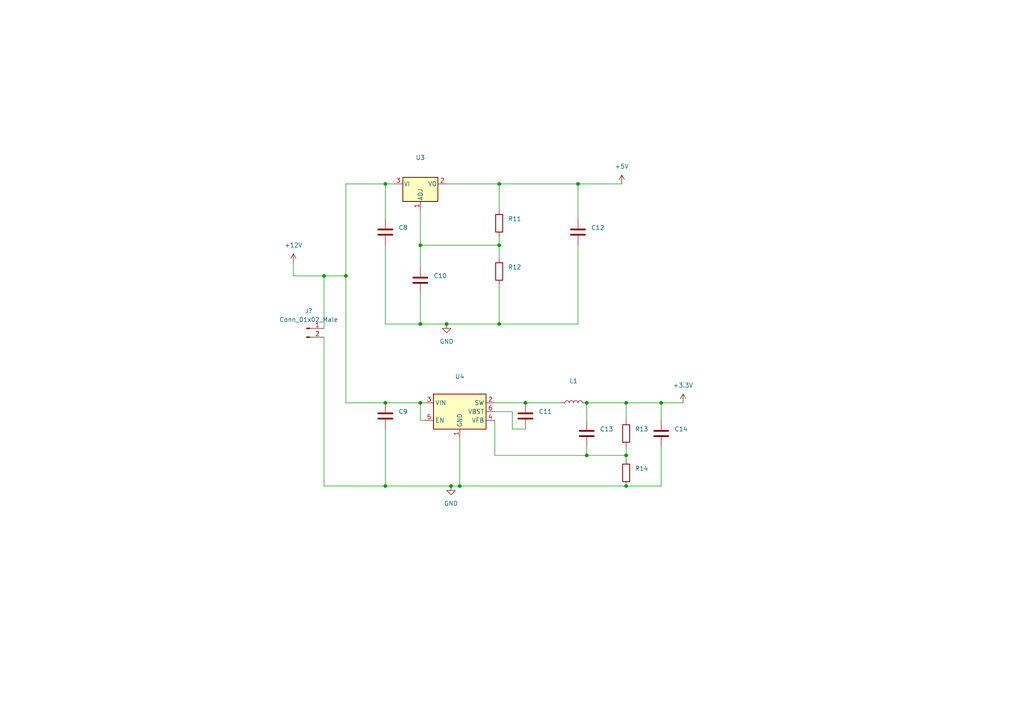
<source format=kicad_sch>
(kicad_sch (version 20211123) (generator eeschema)

  (uuid 35aa5461-94ec-4f99-a6dc-3ec3c62c2acf)

  (paper "A4")

  (lib_symbols
    (symbol "Connector:Conn_01x02_Male" (pin_names (offset 1.016) hide) (in_bom yes) (on_board yes)
      (property "Reference" "J" (id 0) (at 0 2.54 0)
        (effects (font (size 1.27 1.27)))
      )
      (property "Value" "Conn_01x02_Male" (id 1) (at 0 -5.08 0)
        (effects (font (size 1.27 1.27)))
      )
      (property "Footprint" "" (id 2) (at 0 0 0)
        (effects (font (size 1.27 1.27)) hide)
      )
      (property "Datasheet" "~" (id 3) (at 0 0 0)
        (effects (font (size 1.27 1.27)) hide)
      )
      (property "ki_keywords" "connector" (id 4) (at 0 0 0)
        (effects (font (size 1.27 1.27)) hide)
      )
      (property "ki_description" "Generic connector, single row, 01x02, script generated (kicad-library-utils/schlib/autogen/connector/)" (id 5) (at 0 0 0)
        (effects (font (size 1.27 1.27)) hide)
      )
      (property "ki_fp_filters" "Connector*:*_1x??_*" (id 6) (at 0 0 0)
        (effects (font (size 1.27 1.27)) hide)
      )
      (symbol "Conn_01x02_Male_1_1"
        (polyline
          (pts
            (xy 1.27 -2.54)
            (xy 0.8636 -2.54)
          )
          (stroke (width 0.1524) (type default) (color 0 0 0 0))
          (fill (type none))
        )
        (polyline
          (pts
            (xy 1.27 0)
            (xy 0.8636 0)
          )
          (stroke (width 0.1524) (type default) (color 0 0 0 0))
          (fill (type none))
        )
        (rectangle (start 0.8636 -2.413) (end 0 -2.667)
          (stroke (width 0.1524) (type default) (color 0 0 0 0))
          (fill (type outline))
        )
        (rectangle (start 0.8636 0.127) (end 0 -0.127)
          (stroke (width 0.1524) (type default) (color 0 0 0 0))
          (fill (type outline))
        )
        (pin passive line (at 5.08 0 180) (length 3.81)
          (name "Pin_1" (effects (font (size 1.27 1.27))))
          (number "1" (effects (font (size 1.27 1.27))))
        )
        (pin passive line (at 5.08 -2.54 180) (length 3.81)
          (name "Pin_2" (effects (font (size 1.27 1.27))))
          (number "2" (effects (font (size 1.27 1.27))))
        )
      )
    )
    (symbol "Device:C" (pin_numbers hide) (pin_names (offset 0.254)) (in_bom yes) (on_board yes)
      (property "Reference" "C" (id 0) (at 0.635 2.54 0)
        (effects (font (size 1.27 1.27)) (justify left))
      )
      (property "Value" "C" (id 1) (at 0.635 -2.54 0)
        (effects (font (size 1.27 1.27)) (justify left))
      )
      (property "Footprint" "" (id 2) (at 0.9652 -3.81 0)
        (effects (font (size 1.27 1.27)) hide)
      )
      (property "Datasheet" "~" (id 3) (at 0 0 0)
        (effects (font (size 1.27 1.27)) hide)
      )
      (property "ki_keywords" "cap capacitor" (id 4) (at 0 0 0)
        (effects (font (size 1.27 1.27)) hide)
      )
      (property "ki_description" "Unpolarized capacitor" (id 5) (at 0 0 0)
        (effects (font (size 1.27 1.27)) hide)
      )
      (property "ki_fp_filters" "C_*" (id 6) (at 0 0 0)
        (effects (font (size 1.27 1.27)) hide)
      )
      (symbol "C_0_1"
        (polyline
          (pts
            (xy -2.032 -0.762)
            (xy 2.032 -0.762)
          )
          (stroke (width 0.508) (type default) (color 0 0 0 0))
          (fill (type none))
        )
        (polyline
          (pts
            (xy -2.032 0.762)
            (xy 2.032 0.762)
          )
          (stroke (width 0.508) (type default) (color 0 0 0 0))
          (fill (type none))
        )
      )
      (symbol "C_1_1"
        (pin passive line (at 0 3.81 270) (length 2.794)
          (name "~" (effects (font (size 1.27 1.27))))
          (number "1" (effects (font (size 1.27 1.27))))
        )
        (pin passive line (at 0 -3.81 90) (length 2.794)
          (name "~" (effects (font (size 1.27 1.27))))
          (number "2" (effects (font (size 1.27 1.27))))
        )
      )
    )
    (symbol "Device:L" (pin_numbers hide) (pin_names (offset 1.016) hide) (in_bom yes) (on_board yes)
      (property "Reference" "L" (id 0) (at -1.27 0 90)
        (effects (font (size 1.27 1.27)))
      )
      (property "Value" "L" (id 1) (at 1.905 0 90)
        (effects (font (size 1.27 1.27)))
      )
      (property "Footprint" "" (id 2) (at 0 0 0)
        (effects (font (size 1.27 1.27)) hide)
      )
      (property "Datasheet" "~" (id 3) (at 0 0 0)
        (effects (font (size 1.27 1.27)) hide)
      )
      (property "ki_keywords" "inductor choke coil reactor magnetic" (id 4) (at 0 0 0)
        (effects (font (size 1.27 1.27)) hide)
      )
      (property "ki_description" "Inductor" (id 5) (at 0 0 0)
        (effects (font (size 1.27 1.27)) hide)
      )
      (property "ki_fp_filters" "Choke_* *Coil* Inductor_* L_*" (id 6) (at 0 0 0)
        (effects (font (size 1.27 1.27)) hide)
      )
      (symbol "L_0_1"
        (arc (start 0 -2.54) (mid 0.635 -1.905) (end 0 -1.27)
          (stroke (width 0) (type default) (color 0 0 0 0))
          (fill (type none))
        )
        (arc (start 0 -1.27) (mid 0.635 -0.635) (end 0 0)
          (stroke (width 0) (type default) (color 0 0 0 0))
          (fill (type none))
        )
        (arc (start 0 0) (mid 0.635 0.635) (end 0 1.27)
          (stroke (width 0) (type default) (color 0 0 0 0))
          (fill (type none))
        )
        (arc (start 0 1.27) (mid 0.635 1.905) (end 0 2.54)
          (stroke (width 0) (type default) (color 0 0 0 0))
          (fill (type none))
        )
      )
      (symbol "L_1_1"
        (pin passive line (at 0 3.81 270) (length 1.27)
          (name "1" (effects (font (size 1.27 1.27))))
          (number "1" (effects (font (size 1.27 1.27))))
        )
        (pin passive line (at 0 -3.81 90) (length 1.27)
          (name "2" (effects (font (size 1.27 1.27))))
          (number "2" (effects (font (size 1.27 1.27))))
        )
      )
    )
    (symbol "Device:R" (pin_numbers hide) (pin_names (offset 0)) (in_bom yes) (on_board yes)
      (property "Reference" "R" (id 0) (at 2.032 0 90)
        (effects (font (size 1.27 1.27)))
      )
      (property "Value" "R" (id 1) (at 0 0 90)
        (effects (font (size 1.27 1.27)))
      )
      (property "Footprint" "" (id 2) (at -1.778 0 90)
        (effects (font (size 1.27 1.27)) hide)
      )
      (property "Datasheet" "~" (id 3) (at 0 0 0)
        (effects (font (size 1.27 1.27)) hide)
      )
      (property "ki_keywords" "R res resistor" (id 4) (at 0 0 0)
        (effects (font (size 1.27 1.27)) hide)
      )
      (property "ki_description" "Resistor" (id 5) (at 0 0 0)
        (effects (font (size 1.27 1.27)) hide)
      )
      (property "ki_fp_filters" "R_*" (id 6) (at 0 0 0)
        (effects (font (size 1.27 1.27)) hide)
      )
      (symbol "R_0_1"
        (rectangle (start -1.016 -2.54) (end 1.016 2.54)
          (stroke (width 0.254) (type default) (color 0 0 0 0))
          (fill (type none))
        )
      )
      (symbol "R_1_1"
        (pin passive line (at 0 3.81 270) (length 1.27)
          (name "~" (effects (font (size 1.27 1.27))))
          (number "1" (effects (font (size 1.27 1.27))))
        )
        (pin passive line (at 0 -3.81 90) (length 1.27)
          (name "~" (effects (font (size 1.27 1.27))))
          (number "2" (effects (font (size 1.27 1.27))))
        )
      )
    )
    (symbol "Regulator_Linear:LM1117-ADJ" (pin_names (offset 0.254)) (in_bom yes) (on_board yes)
      (property "Reference" "U" (id 0) (at -3.81 3.175 0)
        (effects (font (size 1.27 1.27)))
      )
      (property "Value" "LM1117-ADJ" (id 1) (at 0 3.175 0)
        (effects (font (size 1.27 1.27)) (justify left))
      )
      (property "Footprint" "" (id 2) (at 0 0 0)
        (effects (font (size 1.27 1.27)) hide)
      )
      (property "Datasheet" "http://www.ti.com/lit/ds/symlink/lm1117.pdf" (id 3) (at 0 0 0)
        (effects (font (size 1.27 1.27)) hide)
      )
      (property "ki_keywords" "linear regulator ldo adjustable positive" (id 4) (at 0 0 0)
        (effects (font (size 1.27 1.27)) hide)
      )
      (property "ki_description" "800mA Low-Dropout Linear Regulator, adjustable output, TO-220/TO-252/TO-263/SOT-223" (id 5) (at 0 0 0)
        (effects (font (size 1.27 1.27)) hide)
      )
      (property "ki_fp_filters" "SOT?223* TO?263* TO?252* TO?220*" (id 6) (at 0 0 0)
        (effects (font (size 1.27 1.27)) hide)
      )
      (symbol "LM1117-ADJ_0_1"
        (rectangle (start -5.08 -5.08) (end 5.08 1.905)
          (stroke (width 0.254) (type default) (color 0 0 0 0))
          (fill (type background))
        )
      )
      (symbol "LM1117-ADJ_1_1"
        (pin input line (at 0 -7.62 90) (length 2.54)
          (name "ADJ" (effects (font (size 1.27 1.27))))
          (number "1" (effects (font (size 1.27 1.27))))
        )
        (pin power_out line (at 7.62 0 180) (length 2.54)
          (name "VO" (effects (font (size 1.27 1.27))))
          (number "2" (effects (font (size 1.27 1.27))))
        )
        (pin power_in line (at -7.62 0 0) (length 2.54)
          (name "VI" (effects (font (size 1.27 1.27))))
          (number "3" (effects (font (size 1.27 1.27))))
        )
      )
    )
    (symbol "Regulator_Switching:TPS562200" (in_bom yes) (on_board yes)
      (property "Reference" "U" (id 0) (at -7.62 6.35 0)
        (effects (font (size 1.27 1.27)) (justify left))
      )
      (property "Value" "TPS562200" (id 1) (at -2.54 6.35 0)
        (effects (font (size 1.27 1.27)) (justify left))
      )
      (property "Footprint" "Package_TO_SOT_SMD:SOT-23-6" (id 2) (at 1.27 -6.35 0)
        (effects (font (size 1.27 1.27)) (justify left) hide)
      )
      (property "Datasheet" "http://www.ti.com/lit/ds/symlink/tps563200.pdf" (id 3) (at 0 0 0)
        (effects (font (size 1.27 1.27)) hide)
      )
      (property "ki_keywords" "step-down dcdc voltage regulator" (id 4) (at 0 0 0)
        (effects (font (size 1.27 1.27)) hide)
      )
      (property "ki_description" "2A Synchronous Step-Down Voltage Regulator, Adjustable Output Voltage, 4.5-17V Input Voltage, SOT-23-6" (id 5) (at 0 0 0)
        (effects (font (size 1.27 1.27)) hide)
      )
      (property "ki_fp_filters" "SOT?23*" (id 6) (at 0 0 0)
        (effects (font (size 1.27 1.27)) hide)
      )
      (symbol "TPS562200_0_1"
        (rectangle (start -7.62 5.08) (end 7.62 -5.08)
          (stroke (width 0.254) (type default) (color 0 0 0 0))
          (fill (type background))
        )
      )
      (symbol "TPS562200_1_1"
        (pin power_in line (at 0 -7.62 90) (length 2.54)
          (name "GND" (effects (font (size 1.27 1.27))))
          (number "1" (effects (font (size 1.27 1.27))))
        )
        (pin output line (at 10.16 2.54 180) (length 2.54)
          (name "SW" (effects (font (size 1.27 1.27))))
          (number "2" (effects (font (size 1.27 1.27))))
        )
        (pin power_in line (at -10.16 2.54 0) (length 2.54)
          (name "VIN" (effects (font (size 1.27 1.27))))
          (number "3" (effects (font (size 1.27 1.27))))
        )
        (pin input line (at 10.16 -2.54 180) (length 2.54)
          (name "VFB" (effects (font (size 1.27 1.27))))
          (number "4" (effects (font (size 1.27 1.27))))
        )
        (pin input line (at -10.16 -2.54 0) (length 2.54)
          (name "EN" (effects (font (size 1.27 1.27))))
          (number "5" (effects (font (size 1.27 1.27))))
        )
        (pin passive line (at 10.16 0 180) (length 2.54)
          (name "VBST" (effects (font (size 1.27 1.27))))
          (number "6" (effects (font (size 1.27 1.27))))
        )
      )
    )
    (symbol "power:+12V" (power) (pin_names (offset 0)) (in_bom yes) (on_board yes)
      (property "Reference" "#PWR" (id 0) (at 0 -3.81 0)
        (effects (font (size 1.27 1.27)) hide)
      )
      (property "Value" "+12V" (id 1) (at 0 3.556 0)
        (effects (font (size 1.27 1.27)))
      )
      (property "Footprint" "" (id 2) (at 0 0 0)
        (effects (font (size 1.27 1.27)) hide)
      )
      (property "Datasheet" "" (id 3) (at 0 0 0)
        (effects (font (size 1.27 1.27)) hide)
      )
      (property "ki_keywords" "power-flag" (id 4) (at 0 0 0)
        (effects (font (size 1.27 1.27)) hide)
      )
      (property "ki_description" "Power symbol creates a global label with name \"+12V\"" (id 5) (at 0 0 0)
        (effects (font (size 1.27 1.27)) hide)
      )
      (symbol "+12V_0_1"
        (polyline
          (pts
            (xy -0.762 1.27)
            (xy 0 2.54)
          )
          (stroke (width 0) (type default) (color 0 0 0 0))
          (fill (type none))
        )
        (polyline
          (pts
            (xy 0 0)
            (xy 0 2.54)
          )
          (stroke (width 0) (type default) (color 0 0 0 0))
          (fill (type none))
        )
        (polyline
          (pts
            (xy 0 2.54)
            (xy 0.762 1.27)
          )
          (stroke (width 0) (type default) (color 0 0 0 0))
          (fill (type none))
        )
      )
      (symbol "+12V_1_1"
        (pin power_in line (at 0 0 90) (length 0) hide
          (name "+12V" (effects (font (size 1.27 1.27))))
          (number "1" (effects (font (size 1.27 1.27))))
        )
      )
    )
    (symbol "power:+3.3V" (power) (pin_names (offset 0)) (in_bom yes) (on_board yes)
      (property "Reference" "#PWR" (id 0) (at 0 -3.81 0)
        (effects (font (size 1.27 1.27)) hide)
      )
      (property "Value" "+3.3V" (id 1) (at 0 3.556 0)
        (effects (font (size 1.27 1.27)))
      )
      (property "Footprint" "" (id 2) (at 0 0 0)
        (effects (font (size 1.27 1.27)) hide)
      )
      (property "Datasheet" "" (id 3) (at 0 0 0)
        (effects (font (size 1.27 1.27)) hide)
      )
      (property "ki_keywords" "power-flag" (id 4) (at 0 0 0)
        (effects (font (size 1.27 1.27)) hide)
      )
      (property "ki_description" "Power symbol creates a global label with name \"+3.3V\"" (id 5) (at 0 0 0)
        (effects (font (size 1.27 1.27)) hide)
      )
      (symbol "+3.3V_0_1"
        (polyline
          (pts
            (xy -0.762 1.27)
            (xy 0 2.54)
          )
          (stroke (width 0) (type default) (color 0 0 0 0))
          (fill (type none))
        )
        (polyline
          (pts
            (xy 0 0)
            (xy 0 2.54)
          )
          (stroke (width 0) (type default) (color 0 0 0 0))
          (fill (type none))
        )
        (polyline
          (pts
            (xy 0 2.54)
            (xy 0.762 1.27)
          )
          (stroke (width 0) (type default) (color 0 0 0 0))
          (fill (type none))
        )
      )
      (symbol "+3.3V_1_1"
        (pin power_in line (at 0 0 90) (length 0) hide
          (name "+3.3V" (effects (font (size 1.27 1.27))))
          (number "1" (effects (font (size 1.27 1.27))))
        )
      )
    )
    (symbol "power:+5V" (power) (pin_names (offset 0)) (in_bom yes) (on_board yes)
      (property "Reference" "#PWR" (id 0) (at 0 -3.81 0)
        (effects (font (size 1.27 1.27)) hide)
      )
      (property "Value" "+5V" (id 1) (at 0 3.556 0)
        (effects (font (size 1.27 1.27)))
      )
      (property "Footprint" "" (id 2) (at 0 0 0)
        (effects (font (size 1.27 1.27)) hide)
      )
      (property "Datasheet" "" (id 3) (at 0 0 0)
        (effects (font (size 1.27 1.27)) hide)
      )
      (property "ki_keywords" "power-flag" (id 4) (at 0 0 0)
        (effects (font (size 1.27 1.27)) hide)
      )
      (property "ki_description" "Power symbol creates a global label with name \"+5V\"" (id 5) (at 0 0 0)
        (effects (font (size 1.27 1.27)) hide)
      )
      (symbol "+5V_0_1"
        (polyline
          (pts
            (xy -0.762 1.27)
            (xy 0 2.54)
          )
          (stroke (width 0) (type default) (color 0 0 0 0))
          (fill (type none))
        )
        (polyline
          (pts
            (xy 0 0)
            (xy 0 2.54)
          )
          (stroke (width 0) (type default) (color 0 0 0 0))
          (fill (type none))
        )
        (polyline
          (pts
            (xy 0 2.54)
            (xy 0.762 1.27)
          )
          (stroke (width 0) (type default) (color 0 0 0 0))
          (fill (type none))
        )
      )
      (symbol "+5V_1_1"
        (pin power_in line (at 0 0 90) (length 0) hide
          (name "+5V" (effects (font (size 1.27 1.27))))
          (number "1" (effects (font (size 1.27 1.27))))
        )
      )
    )
    (symbol "power:GND" (power) (pin_names (offset 0)) (in_bom yes) (on_board yes)
      (property "Reference" "#PWR" (id 0) (at 0 -6.35 0)
        (effects (font (size 1.27 1.27)) hide)
      )
      (property "Value" "GND" (id 1) (at 0 -3.81 0)
        (effects (font (size 1.27 1.27)))
      )
      (property "Footprint" "" (id 2) (at 0 0 0)
        (effects (font (size 1.27 1.27)) hide)
      )
      (property "Datasheet" "" (id 3) (at 0 0 0)
        (effects (font (size 1.27 1.27)) hide)
      )
      (property "ki_keywords" "power-flag" (id 4) (at 0 0 0)
        (effects (font (size 1.27 1.27)) hide)
      )
      (property "ki_description" "Power symbol creates a global label with name \"GND\" , ground" (id 5) (at 0 0 0)
        (effects (font (size 1.27 1.27)) hide)
      )
      (symbol "GND_0_1"
        (polyline
          (pts
            (xy 0 0)
            (xy 0 -1.27)
            (xy 1.27 -1.27)
            (xy 0 -2.54)
            (xy -1.27 -1.27)
            (xy 0 -1.27)
          )
          (stroke (width 0) (type default) (color 0 0 0 0))
          (fill (type none))
        )
      )
      (symbol "GND_1_1"
        (pin power_in line (at 0 0 270) (length 0) hide
          (name "GND" (effects (font (size 1.27 1.27))))
          (number "1" (effects (font (size 1.27 1.27))))
        )
      )
    )
  )

  (junction (at 170.18 132.08) (diameter 0) (color 0 0 0 0)
    (uuid 0233b87d-db1e-4388-bde1-4d87d57e64d2)
  )
  (junction (at 121.92 71.12) (diameter 0) (color 0 0 0 0)
    (uuid 0cbd0612-cdc2-4254-ab5b-c1b105ce84a0)
  )
  (junction (at 144.78 93.98) (diameter 0) (color 0 0 0 0)
    (uuid 2b281b03-60c2-44ff-ba50-de262662862f)
  )
  (junction (at 181.61 140.97) (diameter 0) (color 0 0 0 0)
    (uuid 311019af-22c9-45b2-9252-b5b91ffb6449)
  )
  (junction (at 133.35 140.97) (diameter 0) (color 0 0 0 0)
    (uuid 491565b9-0cb3-4c11-9c8d-1034cc970838)
  )
  (junction (at 129.54 93.98) (diameter 0) (color 0 0 0 0)
    (uuid 563f0744-1b1b-4912-bb2e-91ec32deedd2)
  )
  (junction (at 121.92 93.98) (diameter 0) (color 0 0 0 0)
    (uuid 5b0626ab-2bd3-47bd-867c-5d88ff8df837)
  )
  (junction (at 111.76 53.34) (diameter 0) (color 0 0 0 0)
    (uuid 5bfcb920-53e7-4f2f-8d80-e364375225c0)
  )
  (junction (at 111.76 140.97) (diameter 0) (color 0 0 0 0)
    (uuid 5f27d956-f14e-4fd9-9dc2-374b21983f2a)
  )
  (junction (at 152.4 116.84) (diameter 0) (color 0 0 0 0)
    (uuid 6b286540-d583-4a71-b700-30205f46da39)
  )
  (junction (at 130.81 140.97) (diameter 0) (color 0 0 0 0)
    (uuid 6dc4940d-15e8-49dc-b70f-e1d6efb481fc)
  )
  (junction (at 167.64 53.34) (diameter 0) (color 0 0 0 0)
    (uuid 7a1a2d53-b496-4cd4-97cd-9d1e7c870c06)
  )
  (junction (at 93.98 80.01) (diameter 0) (color 0 0 0 0)
    (uuid 8598fbaf-6bd4-4f07-bddb-87f05c498fc5)
  )
  (junction (at 181.61 116.84) (diameter 0) (color 0 0 0 0)
    (uuid a680ea70-4f47-4537-8a70-4a58576ab1cc)
  )
  (junction (at 144.78 53.34) (diameter 0) (color 0 0 0 0)
    (uuid aaa92d1d-d288-45da-9546-e6f61c5aa3f7)
  )
  (junction (at 181.61 132.08) (diameter 0) (color 0 0 0 0)
    (uuid ad992cd3-6660-438d-ad25-356cf531f33c)
  )
  (junction (at 100.33 80.01) (diameter 0) (color 0 0 0 0)
    (uuid b540fcff-af8f-4809-93ba-261a5c5b551f)
  )
  (junction (at 144.78 71.12) (diameter 0) (color 0 0 0 0)
    (uuid b7afebfc-968f-471f-97da-3c735518fa74)
  )
  (junction (at 191.77 116.84) (diameter 0) (color 0 0 0 0)
    (uuid b8431b0b-16ed-47a8-a7aa-e1ec3bd495e9)
  )
  (junction (at 111.76 116.84) (diameter 0) (color 0 0 0 0)
    (uuid d68c0922-105b-43e0-b77a-dc3f9ea15580)
  )
  (junction (at 121.92 116.84) (diameter 0) (color 0 0 0 0)
    (uuid da1bc1a2-31d8-4c1e-af5a-973e85d491e5)
  )
  (junction (at 170.18 116.84) (diameter 0) (color 0 0 0 0)
    (uuid e36ad8dd-9805-4af2-9a62-4feb4054a7b7)
  )

  (wire (pts (xy 148.59 119.38) (xy 143.51 119.38))
    (stroke (width 0) (type default) (color 0 0 0 0))
    (uuid 002d3236-7bd7-4fd6-8297-06dd053efb11)
  )
  (wire (pts (xy 93.98 80.01) (xy 85.09 80.01))
    (stroke (width 0) (type default) (color 0 0 0 0))
    (uuid 01eb852b-32eb-4f03-b93d-cf4c037df6d8)
  )
  (wire (pts (xy 85.09 76.2) (xy 85.09 80.01))
    (stroke (width 0) (type default) (color 0 0 0 0))
    (uuid 02a6a9f9-125b-4552-b9fb-cf7ca5aac203)
  )
  (wire (pts (xy 191.77 116.84) (xy 198.12 116.84))
    (stroke (width 0) (type default) (color 0 0 0 0))
    (uuid 0e543388-bf07-4f66-a1c5-890bf08514ee)
  )
  (wire (pts (xy 100.33 53.34) (xy 100.33 80.01))
    (stroke (width 0) (type default) (color 0 0 0 0))
    (uuid 0e76096f-b7dd-4005-ab5d-4deeffc5dd02)
  )
  (wire (pts (xy 152.4 116.84) (xy 162.56 116.84))
    (stroke (width 0) (type default) (color 0 0 0 0))
    (uuid 103b18c8-e2b6-49cc-a968-75221f9d7953)
  )
  (wire (pts (xy 191.77 116.84) (xy 191.77 121.92))
    (stroke (width 0) (type default) (color 0 0 0 0))
    (uuid 1203215c-33a8-4f86-a927-61b3faf8c816)
  )
  (wire (pts (xy 121.92 93.98) (xy 129.54 93.98))
    (stroke (width 0) (type default) (color 0 0 0 0))
    (uuid 1358bb90-5def-49b5-a9e9-b11914818cce)
  )
  (wire (pts (xy 100.33 116.84) (xy 111.76 116.84))
    (stroke (width 0) (type default) (color 0 0 0 0))
    (uuid 19222b4b-036d-4a24-8c23-e0ab6b0c9808)
  )
  (wire (pts (xy 191.77 140.97) (xy 181.61 140.97))
    (stroke (width 0) (type default) (color 0 0 0 0))
    (uuid 1934f30c-61fa-4d93-9fe4-d36097adc7b2)
  )
  (wire (pts (xy 111.76 140.97) (xy 111.76 124.46))
    (stroke (width 0) (type default) (color 0 0 0 0))
    (uuid 1a4bebee-037b-4d2f-9e3a-7e405f78b307)
  )
  (wire (pts (xy 133.35 140.97) (xy 130.81 140.97))
    (stroke (width 0) (type default) (color 0 0 0 0))
    (uuid 1dbb9359-100a-43fa-a6c3-36b7d31721f2)
  )
  (wire (pts (xy 144.78 93.98) (xy 129.54 93.98))
    (stroke (width 0) (type default) (color 0 0 0 0))
    (uuid 2a284aa4-7541-4951-bc37-982a60af7ce6)
  )
  (wire (pts (xy 111.76 53.34) (xy 114.3 53.34))
    (stroke (width 0) (type default) (color 0 0 0 0))
    (uuid 2b2555bb-3886-430c-9368-a4b550f311e4)
  )
  (wire (pts (xy 144.78 82.55) (xy 144.78 93.98))
    (stroke (width 0) (type default) (color 0 0 0 0))
    (uuid 2ccdb474-02b9-46a3-8f01-d34b80eb2221)
  )
  (wire (pts (xy 121.92 71.12) (xy 144.78 71.12))
    (stroke (width 0) (type default) (color 0 0 0 0))
    (uuid 2d6250e0-99a8-42a3-a1c5-e232feac4791)
  )
  (wire (pts (xy 191.77 129.54) (xy 191.77 140.97))
    (stroke (width 0) (type default) (color 0 0 0 0))
    (uuid 3102a8de-2069-4914-aa2d-a5e3a4db721f)
  )
  (wire (pts (xy 143.51 121.92) (xy 143.51 132.08))
    (stroke (width 0) (type default) (color 0 0 0 0))
    (uuid 31b5ad53-d6d0-4093-ac7e-30e423238bac)
  )
  (wire (pts (xy 170.18 116.84) (xy 181.61 116.84))
    (stroke (width 0) (type default) (color 0 0 0 0))
    (uuid 38df3f81-50f0-4f2a-892a-8ded46812def)
  )
  (wire (pts (xy 100.33 80.01) (xy 100.33 116.84))
    (stroke (width 0) (type default) (color 0 0 0 0))
    (uuid 4131773d-15cb-444b-a3bf-4e383381cc9f)
  )
  (wire (pts (xy 144.78 68.58) (xy 144.78 71.12))
    (stroke (width 0) (type default) (color 0 0 0 0))
    (uuid 45a26126-4d53-4a76-bc05-97d5df4d3c93)
  )
  (wire (pts (xy 181.61 116.84) (xy 181.61 121.92))
    (stroke (width 0) (type default) (color 0 0 0 0))
    (uuid 4ac8b7a1-9331-44a3-afac-9b16397af655)
  )
  (wire (pts (xy 121.92 60.96) (xy 121.92 71.12))
    (stroke (width 0) (type default) (color 0 0 0 0))
    (uuid 6458e267-87e3-47c2-8e9e-4fe8acc5d442)
  )
  (wire (pts (xy 93.98 97.79) (xy 93.98 140.97))
    (stroke (width 0) (type default) (color 0 0 0 0))
    (uuid 65604138-02a1-42f2-b6b1-28971319c6f8)
  )
  (wire (pts (xy 121.92 71.12) (xy 121.92 77.47))
    (stroke (width 0) (type default) (color 0 0 0 0))
    (uuid 684be51f-107c-4e25-b472-47c898e9ccf4)
  )
  (wire (pts (xy 121.92 85.09) (xy 121.92 93.98))
    (stroke (width 0) (type default) (color 0 0 0 0))
    (uuid 74fee0c3-158d-49ae-8636-9de7e2d0033d)
  )
  (wire (pts (xy 133.35 127) (xy 133.35 140.97))
    (stroke (width 0) (type default) (color 0 0 0 0))
    (uuid 7f18a6aa-49f4-46e0-904c-e486668d343b)
  )
  (wire (pts (xy 143.51 116.84) (xy 152.4 116.84))
    (stroke (width 0) (type default) (color 0 0 0 0))
    (uuid 7ff14a81-02fb-4e4e-8f4f-2a94714f22ca)
  )
  (wire (pts (xy 93.98 140.97) (xy 111.76 140.97))
    (stroke (width 0) (type default) (color 0 0 0 0))
    (uuid 8a6ce50b-f685-4e1d-9242-ab05d74185e3)
  )
  (wire (pts (xy 129.54 53.34) (xy 144.78 53.34))
    (stroke (width 0) (type default) (color 0 0 0 0))
    (uuid 8a9d85d0-10c8-4798-8760-f8d32fd79cdc)
  )
  (wire (pts (xy 111.76 116.84) (xy 121.92 116.84))
    (stroke (width 0) (type default) (color 0 0 0 0))
    (uuid 8ead4a83-bd44-4607-9257-97d2ba44ed6d)
  )
  (wire (pts (xy 170.18 129.54) (xy 170.18 132.08))
    (stroke (width 0) (type default) (color 0 0 0 0))
    (uuid 91d17e73-762b-4878-8022-b4649a024498)
  )
  (wire (pts (xy 121.92 121.92) (xy 123.19 121.92))
    (stroke (width 0) (type default) (color 0 0 0 0))
    (uuid 9656253c-22ba-4626-8f5d-833e4fed5c47)
  )
  (wire (pts (xy 181.61 129.54) (xy 181.61 132.08))
    (stroke (width 0) (type default) (color 0 0 0 0))
    (uuid 9be2aa61-178a-4284-bbee-db7ca63dab46)
  )
  (wire (pts (xy 152.4 124.46) (xy 148.59 124.46))
    (stroke (width 0) (type default) (color 0 0 0 0))
    (uuid a2b29e81-e6b5-4edf-91d5-0a867d62373c)
  )
  (wire (pts (xy 111.76 71.12) (xy 111.76 93.98))
    (stroke (width 0) (type default) (color 0 0 0 0))
    (uuid a4905f5c-e5aa-4817-8030-12a42354c882)
  )
  (wire (pts (xy 181.61 132.08) (xy 170.18 132.08))
    (stroke (width 0) (type default) (color 0 0 0 0))
    (uuid a745b0a5-8b14-435b-b2d9-4203c8cd87f8)
  )
  (wire (pts (xy 167.64 93.98) (xy 144.78 93.98))
    (stroke (width 0) (type default) (color 0 0 0 0))
    (uuid a9fd6413-fd2d-4cb1-a39d-bbde751d0588)
  )
  (wire (pts (xy 100.33 80.01) (xy 93.98 80.01))
    (stroke (width 0) (type default) (color 0 0 0 0))
    (uuid b614c54d-c5f3-4fcc-80f0-9e5d9a20cd4b)
  )
  (wire (pts (xy 181.61 116.84) (xy 191.77 116.84))
    (stroke (width 0) (type default) (color 0 0 0 0))
    (uuid b66c1bd1-9210-4bce-a263-d08daf6b7aa8)
  )
  (wire (pts (xy 121.92 116.84) (xy 123.19 116.84))
    (stroke (width 0) (type default) (color 0 0 0 0))
    (uuid b791217c-f9bc-480b-bb3f-4fc18c6a76fc)
  )
  (wire (pts (xy 167.64 71.12) (xy 167.64 93.98))
    (stroke (width 0) (type default) (color 0 0 0 0))
    (uuid b964e259-b798-499e-bb51-8c7464a6b4cf)
  )
  (wire (pts (xy 111.76 93.98) (xy 121.92 93.98))
    (stroke (width 0) (type default) (color 0 0 0 0))
    (uuid bb128532-7713-4a3a-a02a-38bad62c1b50)
  )
  (wire (pts (xy 144.78 53.34) (xy 167.64 53.34))
    (stroke (width 0) (type default) (color 0 0 0 0))
    (uuid bc7164de-f693-496c-8f81-339a7fe8b83b)
  )
  (wire (pts (xy 111.76 140.97) (xy 130.81 140.97))
    (stroke (width 0) (type default) (color 0 0 0 0))
    (uuid bf4c2373-2245-493c-910e-a1a8e867f1ac)
  )
  (wire (pts (xy 121.92 116.84) (xy 121.92 121.92))
    (stroke (width 0) (type default) (color 0 0 0 0))
    (uuid c5270c59-4a27-4cea-b49a-8aa5ddee0833)
  )
  (wire (pts (xy 167.64 53.34) (xy 167.64 63.5))
    (stroke (width 0) (type default) (color 0 0 0 0))
    (uuid cbc421ca-e5e6-450a-b45a-3bd0a3f5d9b9)
  )
  (wire (pts (xy 181.61 140.97) (xy 133.35 140.97))
    (stroke (width 0) (type default) (color 0 0 0 0))
    (uuid cdb0b5a2-cf81-4c81-beb5-63d4271a2226)
  )
  (wire (pts (xy 111.76 53.34) (xy 111.76 63.5))
    (stroke (width 0) (type default) (color 0 0 0 0))
    (uuid d12c32a3-6bde-42b5-bce6-1ecfc8aaf531)
  )
  (wire (pts (xy 170.18 132.08) (xy 143.51 132.08))
    (stroke (width 0) (type default) (color 0 0 0 0))
    (uuid e00f1edb-5a24-43a8-90fa-7d18361ae799)
  )
  (wire (pts (xy 170.18 116.84) (xy 170.18 121.92))
    (stroke (width 0) (type default) (color 0 0 0 0))
    (uuid e47d54d7-49ac-47c6-8423-d8f354a01ea5)
  )
  (wire (pts (xy 100.33 53.34) (xy 111.76 53.34))
    (stroke (width 0) (type default) (color 0 0 0 0))
    (uuid e5b55b87-68bb-4800-9189-4701b0835340)
  )
  (wire (pts (xy 148.59 124.46) (xy 148.59 119.38))
    (stroke (width 0) (type default) (color 0 0 0 0))
    (uuid f2471699-7d60-4009-bd6c-bf7b410c4610)
  )
  (wire (pts (xy 144.78 71.12) (xy 144.78 74.93))
    (stroke (width 0) (type default) (color 0 0 0 0))
    (uuid f5c08365-8d4f-4024-b2f3-83b4c9734b27)
  )
  (wire (pts (xy 167.64 53.34) (xy 180.34 53.34))
    (stroke (width 0) (type default) (color 0 0 0 0))
    (uuid fccbb782-947d-452d-b764-c5d13f228cfb)
  )
  (wire (pts (xy 144.78 53.34) (xy 144.78 60.96))
    (stroke (width 0) (type default) (color 0 0 0 0))
    (uuid fd94e228-737d-41a2-b301-4d803def6b74)
  )
  (wire (pts (xy 181.61 132.08) (xy 181.61 133.35))
    (stroke (width 0) (type default) (color 0 0 0 0))
    (uuid ffbb99f8-bd3c-40f3-a7f4-54ab77842595)
  )
  (wire (pts (xy 93.98 80.01) (xy 93.98 95.25))
    (stroke (width 0) (type default) (color 0 0 0 0))
    (uuid ffeb9ac6-feb2-4a63-b0db-76f0810454cd)
  )

  (symbol (lib_id "Device:R") (at 144.78 78.74 0) (unit 1)
    (in_bom yes) (on_board yes) (fields_autoplaced)
    (uuid 04888277-416f-4e3d-b744-c9ac8db48d91)
    (property "Reference" "R12" (id 0) (at 147.32 77.4699 0)
      (effects (font (size 1.27 1.27)) (justify left))
    )
    (property "Value" "" (id 1) (at 147.32 80.0099 0)
      (effects (font (size 1.27 1.27)) (justify left))
    )
    (property "Footprint" "" (id 2) (at 143.002 78.74 90)
      (effects (font (size 1.27 1.27)) hide)
    )
    (property "Datasheet" "~" (id 3) (at 144.78 78.74 0)
      (effects (font (size 1.27 1.27)) hide)
    )
    (pin "1" (uuid a5f1864e-68e4-4fa1-b3c9-ac5ffb07a937))
    (pin "2" (uuid 2272d8eb-7b71-467c-86cc-b533f7b7857e))
  )

  (symbol (lib_id "Device:R") (at 144.78 64.77 0) (unit 1)
    (in_bom yes) (on_board yes) (fields_autoplaced)
    (uuid 2ae36402-9555-4ad9-8985-3a44c053d09a)
    (property "Reference" "R11" (id 0) (at 147.32 63.4999 0)
      (effects (font (size 1.27 1.27)) (justify left))
    )
    (property "Value" "" (id 1) (at 147.32 66.0399 0)
      (effects (font (size 1.27 1.27)) (justify left))
    )
    (property "Footprint" "" (id 2) (at 143.002 64.77 90)
      (effects (font (size 1.27 1.27)) hide)
    )
    (property "Datasheet" "~" (id 3) (at 144.78 64.77 0)
      (effects (font (size 1.27 1.27)) hide)
    )
    (pin "1" (uuid 7f449439-7ce4-4616-a388-8c2d10f2ff72))
    (pin "2" (uuid a62d74db-84fc-400b-b1a5-62a030455662))
  )

  (symbol (lib_id "power:+3.3V") (at 198.12 116.84 0) (unit 1)
    (in_bom yes) (on_board yes) (fields_autoplaced)
    (uuid 2dd5a98b-c668-4be0-ad47-2d767367e052)
    (property "Reference" "#PWR031" (id 0) (at 198.12 120.65 0)
      (effects (font (size 1.27 1.27)) hide)
    )
    (property "Value" "" (id 1) (at 198.12 111.76 0))
    (property "Footprint" "" (id 2) (at 198.12 116.84 0)
      (effects (font (size 1.27 1.27)) hide)
    )
    (property "Datasheet" "" (id 3) (at 198.12 116.84 0)
      (effects (font (size 1.27 1.27)) hide)
    )
    (pin "1" (uuid 9031db4a-3c23-4fe6-80ec-2acd70e2db25))
  )

  (symbol (lib_id "Device:C") (at 170.18 125.73 0) (unit 1)
    (in_bom yes) (on_board yes)
    (uuid 2f155f4a-153a-4497-a9b2-83d244d35e71)
    (property "Reference" "C13" (id 0) (at 173.99 124.46 0)
      (effects (font (size 1.27 1.27)) (justify left))
    )
    (property "Value" "" (id 1) (at 173.99 127 0)
      (effects (font (size 1.27 1.27)) (justify left))
    )
    (property "Footprint" "" (id 2) (at 171.1452 129.54 0)
      (effects (font (size 1.27 1.27)) hide)
    )
    (property "Datasheet" "~" (id 3) (at 170.18 125.73 0)
      (effects (font (size 1.27 1.27)) hide)
    )
    (pin "1" (uuid 8be70ebb-7a65-4a6a-bef5-993dc2f3f1e1))
    (pin "2" (uuid 4257415d-f696-4d6c-880f-69f354af2b04))
  )

  (symbol (lib_id "Device:C") (at 152.4 120.65 0) (unit 1)
    (in_bom yes) (on_board yes) (fields_autoplaced)
    (uuid 456e2f28-b728-4549-9b89-094147a2528a)
    (property "Reference" "C11" (id 0) (at 156.21 119.3799 0)
      (effects (font (size 1.27 1.27)) (justify left))
    )
    (property "Value" "" (id 1) (at 156.21 121.9199 0)
      (effects (font (size 1.27 1.27)) (justify left))
    )
    (property "Footprint" "" (id 2) (at 153.3652 124.46 0)
      (effects (font (size 1.27 1.27)) hide)
    )
    (property "Datasheet" "~" (id 3) (at 152.4 120.65 0)
      (effects (font (size 1.27 1.27)) hide)
    )
    (pin "1" (uuid ff5c3fff-d284-4017-bb65-e6beea0ff54d))
    (pin "2" (uuid 2af15cbb-20ca-4be6-af5d-19ae1b96fe5b))
  )

  (symbol (lib_id "Device:C") (at 111.76 120.65 0) (unit 1)
    (in_bom yes) (on_board yes) (fields_autoplaced)
    (uuid 4b5b721c-dd00-48b6-a27f-06c4b7a052ea)
    (property "Reference" "C9" (id 0) (at 115.57 119.3799 0)
      (effects (font (size 1.27 1.27)) (justify left))
    )
    (property "Value" "" (id 1) (at 115.57 121.9199 0)
      (effects (font (size 1.27 1.27)) (justify left))
    )
    (property "Footprint" "" (id 2) (at 112.7252 124.46 0)
      (effects (font (size 1.27 1.27)) hide)
    )
    (property "Datasheet" "~" (id 3) (at 111.76 120.65 0)
      (effects (font (size 1.27 1.27)) hide)
    )
    (pin "1" (uuid 53f871a9-1311-44b7-b409-ef731fbb8fba))
    (pin "2" (uuid 348c7321-05b0-4d5f-9524-72b1c58e8efb))
  )

  (symbol (lib_id "power:+12V") (at 85.09 76.2 0) (unit 1)
    (in_bom yes) (on_board yes) (fields_autoplaced)
    (uuid 5e6fbd96-1d22-4f64-84fe-ec32d657ae1f)
    (property "Reference" "#PWR027" (id 0) (at 85.09 80.01 0)
      (effects (font (size 1.27 1.27)) hide)
    )
    (property "Value" "" (id 1) (at 85.09 71.12 0))
    (property "Footprint" "" (id 2) (at 85.09 76.2 0)
      (effects (font (size 1.27 1.27)) hide)
    )
    (property "Datasheet" "" (id 3) (at 85.09 76.2 0)
      (effects (font (size 1.27 1.27)) hide)
    )
    (pin "1" (uuid 397e9ab0-e6e4-41d9-a972-b43aefca4c5b))
  )

  (symbol (lib_id "power:+5V") (at 180.34 53.34 0) (unit 1)
    (in_bom yes) (on_board yes) (fields_autoplaced)
    (uuid 7e377bc8-49d1-4372-ae75-92fded545816)
    (property "Reference" "#PWR030" (id 0) (at 180.34 57.15 0)
      (effects (font (size 1.27 1.27)) hide)
    )
    (property "Value" "" (id 1) (at 180.34 48.26 0))
    (property "Footprint" "" (id 2) (at 180.34 53.34 0)
      (effects (font (size 1.27 1.27)) hide)
    )
    (property "Datasheet" "" (id 3) (at 180.34 53.34 0)
      (effects (font (size 1.27 1.27)) hide)
    )
    (pin "1" (uuid de36c8c9-957a-405d-8715-d43ef70263df))
  )

  (symbol (lib_id "Device:R") (at 181.61 137.16 0) (unit 1)
    (in_bom yes) (on_board yes)
    (uuid 8b4910a5-334e-492a-94a2-816dfc241894)
    (property "Reference" "R14" (id 0) (at 184.15 135.8899 0)
      (effects (font (size 1.27 1.27)) (justify left))
    )
    (property "Value" "" (id 1) (at 184.15 138.4299 0)
      (effects (font (size 1.27 1.27)) (justify left))
    )
    (property "Footprint" "" (id 2) (at 179.832 137.16 90)
      (effects (font (size 1.27 1.27)) hide)
    )
    (property "Datasheet" "~" (id 3) (at 181.61 137.16 0)
      (effects (font (size 1.27 1.27)) hide)
    )
    (pin "1" (uuid 51bc3825-55aa-4110-a1af-0f1b5d4a204e))
    (pin "2" (uuid 9b3dd7fb-e99d-4cf7-ae86-262bcb1c5d16))
  )

  (symbol (lib_id "Connector:Conn_01x02_Male") (at 88.9 95.25 0) (unit 1)
    (in_bom yes) (on_board yes) (fields_autoplaced)
    (uuid 9d682b23-08a0-467a-8f1b-dbe66aa2c3ca)
    (property "Reference" "J?" (id 0) (at 89.535 90.17 0))
    (property "Value" "Conn_01x02_Male" (id 1) (at 89.535 92.71 0))
    (property "Footprint" "Connector_Molex:Molex_KK-396_A-41791-0002_1x02_P3.96mm_Vertical" (id 2) (at 88.9 95.25 0)
      (effects (font (size 1.27 1.27)) hide)
    )
    (property "Datasheet" "~" (id 3) (at 88.9 95.25 0)
      (effects (font (size 1.27 1.27)) hide)
    )
    (pin "1" (uuid b467670e-bcd1-448c-b890-298306736c5a))
    (pin "2" (uuid fadea77f-e180-440f-ad8e-5fe4212a4d52))
  )

  (symbol (lib_id "Device:C") (at 167.64 67.31 0) (unit 1)
    (in_bom yes) (on_board yes) (fields_autoplaced)
    (uuid b2eb88be-9552-45c3-9af2-0cfca1612ff4)
    (property "Reference" "C12" (id 0) (at 171.45 66.0399 0)
      (effects (font (size 1.27 1.27)) (justify left))
    )
    (property "Value" "" (id 1) (at 171.45 68.5799 0)
      (effects (font (size 1.27 1.27)) (justify left))
    )
    (property "Footprint" "" (id 2) (at 168.6052 71.12 0)
      (effects (font (size 1.27 1.27)) hide)
    )
    (property "Datasheet" "~" (id 3) (at 167.64 67.31 0)
      (effects (font (size 1.27 1.27)) hide)
    )
    (pin "1" (uuid 8ce1f7d2-a20f-43fd-809c-4edd2061599b))
    (pin "2" (uuid d4b300d3-1754-4829-82d2-8fcd0766e8f9))
  )

  (symbol (lib_id "Device:L") (at 166.37 116.84 90) (unit 1)
    (in_bom yes) (on_board yes) (fields_autoplaced)
    (uuid b501ee6c-bbbf-4380-8cf2-1e0d3418f86a)
    (property "Reference" "L1" (id 0) (at 166.37 110.49 90))
    (property "Value" "" (id 1) (at 166.37 113.03 90))
    (property "Footprint" "" (id 2) (at 166.37 116.84 0)
      (effects (font (size 1.27 1.27)) hide)
    )
    (property "Datasheet" "~" (id 3) (at 166.37 116.84 0)
      (effects (font (size 1.27 1.27)) hide)
    )
    (pin "1" (uuid 0d277048-3120-4394-9572-553b132b9dca))
    (pin "2" (uuid 7c80cddd-f45e-4686-916b-bf06b5a45ae2))
  )

  (symbol (lib_id "power:GND") (at 129.54 93.98 0) (unit 1)
    (in_bom yes) (on_board yes) (fields_autoplaced)
    (uuid bb67d36c-75d1-4eaa-b9ed-fcf96b14f16c)
    (property "Reference" "#PWR028" (id 0) (at 129.54 100.33 0)
      (effects (font (size 1.27 1.27)) hide)
    )
    (property "Value" "" (id 1) (at 129.54 99.06 0))
    (property "Footprint" "" (id 2) (at 129.54 93.98 0)
      (effects (font (size 1.27 1.27)) hide)
    )
    (property "Datasheet" "" (id 3) (at 129.54 93.98 0)
      (effects (font (size 1.27 1.27)) hide)
    )
    (pin "1" (uuid d1fa2646-f02e-451c-a661-7e7bae8c3a40))
  )

  (symbol (lib_id "power:GND") (at 130.81 140.97 0) (unit 1)
    (in_bom yes) (on_board yes) (fields_autoplaced)
    (uuid bc4903f6-715a-4300-b3e7-a6df4764f6ec)
    (property "Reference" "#PWR029" (id 0) (at 130.81 147.32 0)
      (effects (font (size 1.27 1.27)) hide)
    )
    (property "Value" "" (id 1) (at 130.81 146.05 0))
    (property "Footprint" "" (id 2) (at 130.81 140.97 0)
      (effects (font (size 1.27 1.27)) hide)
    )
    (property "Datasheet" "" (id 3) (at 130.81 140.97 0)
      (effects (font (size 1.27 1.27)) hide)
    )
    (pin "1" (uuid 4a5015bd-198d-433e-94cd-c5257aa18f64))
  )

  (symbol (lib_id "Device:R") (at 181.61 125.73 0) (unit 1)
    (in_bom yes) (on_board yes)
    (uuid bd42b525-20c4-4da1-a944-714893514565)
    (property "Reference" "R13" (id 0) (at 184.15 124.4599 0)
      (effects (font (size 1.27 1.27)) (justify left))
    )
    (property "Value" "" (id 1) (at 184.15 126.9999 0)
      (effects (font (size 1.27 1.27)) (justify left))
    )
    (property "Footprint" "" (id 2) (at 179.832 125.73 90)
      (effects (font (size 1.27 1.27)) hide)
    )
    (property "Datasheet" "~" (id 3) (at 181.61 125.73 0)
      (effects (font (size 1.27 1.27)) hide)
    )
    (pin "1" (uuid ed8cebf2-3869-428d-9f7b-628fe61a6f7a))
    (pin "2" (uuid f45d0858-c1c2-496a-b11d-c404d6f76114))
  )

  (symbol (lib_id "Device:C") (at 191.77 125.73 0) (unit 1)
    (in_bom yes) (on_board yes) (fields_autoplaced)
    (uuid c8c256f6-03bc-4029-930a-b35db8613d65)
    (property "Reference" "C14" (id 0) (at 195.58 124.4599 0)
      (effects (font (size 1.27 1.27)) (justify left))
    )
    (property "Value" "" (id 1) (at 195.58 126.9999 0)
      (effects (font (size 1.27 1.27)) (justify left))
    )
    (property "Footprint" "" (id 2) (at 192.7352 129.54 0)
      (effects (font (size 1.27 1.27)) hide)
    )
    (property "Datasheet" "~" (id 3) (at 191.77 125.73 0)
      (effects (font (size 1.27 1.27)) hide)
    )
    (pin "1" (uuid e56f35ac-e2ed-4f1a-a7c9-46c7ddaa16ca))
    (pin "2" (uuid 27d2bf34-328d-40b4-b710-338225932c3e))
  )

  (symbol (lib_id "Device:C") (at 111.76 67.31 0) (unit 1)
    (in_bom yes) (on_board yes) (fields_autoplaced)
    (uuid d4c5bd32-299a-4964-82e9-abe25daf503f)
    (property "Reference" "C8" (id 0) (at 115.57 66.0399 0)
      (effects (font (size 1.27 1.27)) (justify left))
    )
    (property "Value" "" (id 1) (at 115.57 68.5799 0)
      (effects (font (size 1.27 1.27)) (justify left))
    )
    (property "Footprint" "" (id 2) (at 112.7252 71.12 0)
      (effects (font (size 1.27 1.27)) hide)
    )
    (property "Datasheet" "~" (id 3) (at 111.76 67.31 0)
      (effects (font (size 1.27 1.27)) hide)
    )
    (pin "1" (uuid 01a5f550-cf93-41e1-bb36-acb219f721d3))
    (pin "2" (uuid b331d722-7e46-47cf-9077-7f78bd1a0fbb))
  )

  (symbol (lib_id "Regulator_Switching:TPS562200") (at 133.35 119.38 0) (unit 1)
    (in_bom yes) (on_board yes) (fields_autoplaced)
    (uuid dcd06872-08bc-4684-a34f-9a530306016c)
    (property "Reference" "U4" (id 0) (at 133.35 109.22 0))
    (property "Value" "" (id 1) (at 133.35 111.76 0))
    (property "Footprint" "" (id 2) (at 134.62 125.73 0)
      (effects (font (size 1.27 1.27)) (justify left) hide)
    )
    (property "Datasheet" "http://www.ti.com/lit/ds/symlink/tps563200.pdf" (id 3) (at 133.35 119.38 0)
      (effects (font (size 1.27 1.27)) hide)
    )
    (pin "1" (uuid d5ec3b70-ce23-4599-b362-102a33bd985f))
    (pin "2" (uuid eed7124f-b7d2-4584-bd68-5a30a8660a2f))
    (pin "3" (uuid a209ebdc-78a1-4f06-83eb-c33c8ed47189))
    (pin "4" (uuid c05c1171-7b8d-43ca-91fc-cfe5a7a778ac))
    (pin "5" (uuid 66c3c03d-3bfd-49c6-855e-79b3f83d5377))
    (pin "6" (uuid fe0fd278-23c7-41df-bd16-52d588ae13b0))
  )

  (symbol (lib_id "Regulator_Linear:LM1117-ADJ") (at 121.92 53.34 0) (unit 1)
    (in_bom yes) (on_board yes) (fields_autoplaced)
    (uuid e0218f0f-de2b-4da7-8444-7d98f9594ef7)
    (property "Reference" "U3" (id 0) (at 121.92 45.72 0))
    (property "Value" "" (id 1) (at 121.92 48.26 0))
    (property "Footprint" "" (id 2) (at 121.92 53.34 0)
      (effects (font (size 1.27 1.27)) hide)
    )
    (property "Datasheet" "http://www.ti.com/lit/ds/symlink/lm1117.pdf" (id 3) (at 121.92 53.34 0)
      (effects (font (size 1.27 1.27)) hide)
    )
    (pin "1" (uuid 52f9d6eb-1403-4bc2-baf3-1cb83809c0e4))
    (pin "2" (uuid 4b499112-876b-45a3-b3be-8795f3cc9009))
    (pin "3" (uuid 0e0bac03-597c-4566-8b13-c189e00eb862))
  )

  (symbol (lib_id "Device:C") (at 121.92 81.28 0) (unit 1)
    (in_bom yes) (on_board yes) (fields_autoplaced)
    (uuid ef2348d4-fb1a-4496-8627-18833cb9e657)
    (property "Reference" "C10" (id 0) (at 125.73 80.0099 0)
      (effects (font (size 1.27 1.27)) (justify left))
    )
    (property "Value" "" (id 1) (at 125.73 82.5499 0)
      (effects (font (size 1.27 1.27)) (justify left))
    )
    (property "Footprint" "" (id 2) (at 122.8852 85.09 0)
      (effects (font (size 1.27 1.27)) hide)
    )
    (property "Datasheet" "~" (id 3) (at 121.92 81.28 0)
      (effects (font (size 1.27 1.27)) hide)
    )
    (pin "1" (uuid 39a7e05b-a62a-43dd-870a-e480e586c48c))
    (pin "2" (uuid be657d2d-9645-4d25-983f-61654291307f))
  )
)

</source>
